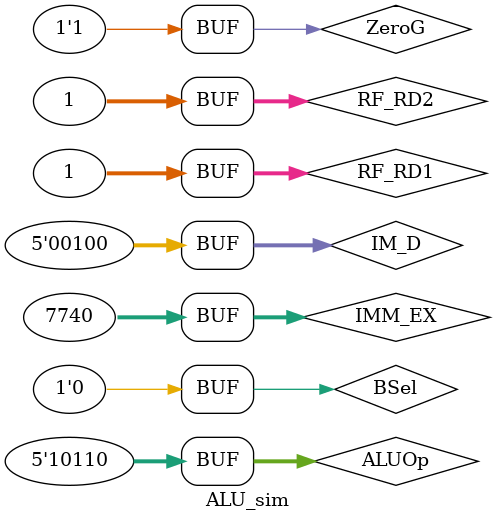
<source format=v>
`timescale 1ns / 1ps


module ALU_sim(

    );
    reg [4:0]ALUOp;
    reg [31:0] IMM_EX;
    reg [31:0] RF_RD2;
    reg [31:0] RF_RD1;
    reg [4:0] IM_D;
    reg BSel;
    reg ZeroG;
    wire Zero;
    wire [31:0] result;
    
    ALU aaa(
    .ALUOp(ALUOp),
    .IMM_EX(IMM_EX),
    .RF_RD2(RF_RD2),
    .RF_RD1(RF_RD1),
    .IM_D(IM_D),
    .BSel(BSel),
    .ZeroG(ZeroG),
    .Zero(Zero),
    .result(result)
    );
    
    initial
    begin
        ALUOp = 5'b00000;
        IMM_EX = 32'b001111000111100;
        RF_RD1 = 32'b01;
        RF_RD2 = 32'b01;
        IM_D = 5'b00100;
        BSel = 0;
        ZeroG = 0;
    end
    
    always
    begin
        #50 ALUOp = ALUOp + 1;
        #500 ALUOp = 5'b10110 ;
             ZeroG = 1;
             BSel = 0;
    end
endmodule

</source>
